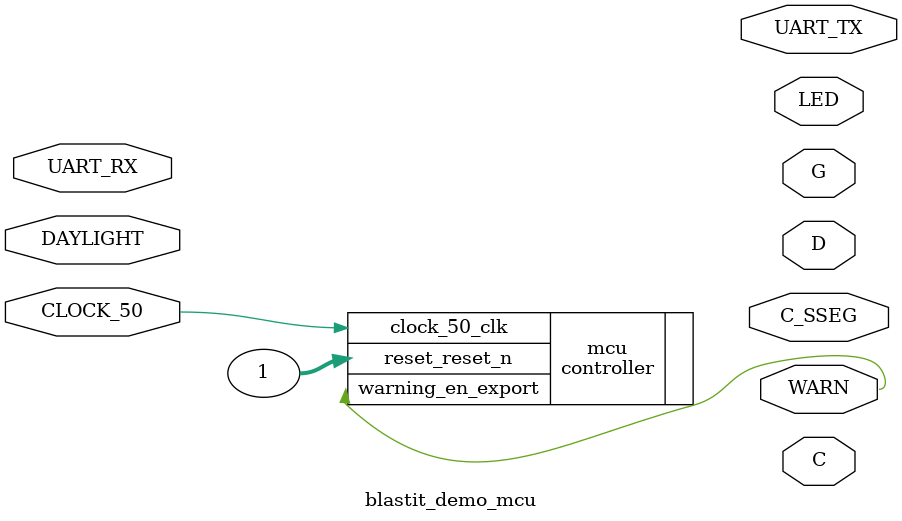
<source format=v>
module blastit_demo_mcu
(
	//
	// 50Mhz clock signal
	//
	input wire CLOCK_50,

	//
	// Daylight operation indicator
	//
	input wire DAYLIGHT,
	
	//
	// UART RX
	//
	input wire UART_RX,
	
	//
	// Seven segment selector output
	//
	output wire[7:0] C_SSEG,
	
	//
	// Seven segment selector address input
	//
	output wire[15:0] C,
	
	//
	// Diode array address output
	//
	output wire[9:0] D,
	
	//
	// Diode array address input
	//
	output wire[9:0] G,
	
	//
	// UART TX
	// 
	output wire UART_TX,
	
	//
	// (Possibly unused) status LEDs
	//
	output wire[3:0] LED,
	
	//
	// Warning indicator
	//
	output wire WARN
);

   // Microcontroller
	controller mcu(.clock_50_clk(CLOCK_50), .reset_reset_n(1), .warning_en_export(WARN));

	
endmodule
</source>
